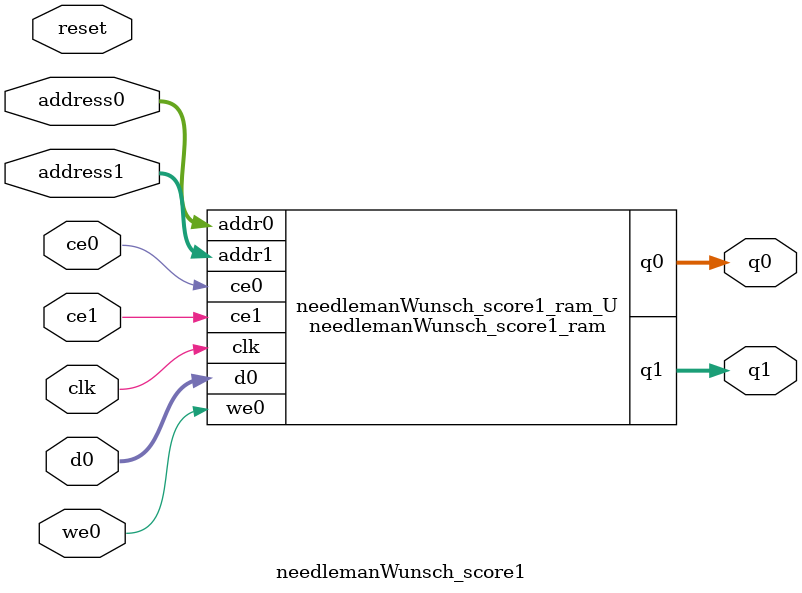
<source format=v>

`timescale 1 ns / 1 ps
module needlemanWunsch_score1_ram (addr0, ce0, d0, we0, q0, addr1, ce1, q1,  clk);

parameter DWIDTH = 8;
parameter AWIDTH = 7;
parameter MEM_SIZE = 100;

input[AWIDTH-1:0] addr0;
input ce0;
input[DWIDTH-1:0] d0;
input we0;
output reg[DWIDTH-1:0] q0;
input[AWIDTH-1:0] addr1;
input ce1;
output reg[DWIDTH-1:0] q1;
input clk;

(* ram_style = "distributed" *)reg [DWIDTH-1:0] ram[MEM_SIZE-1:0];




always @(posedge clk)  
begin 
    if (ce0) 
    begin
        if (we0) 
        begin 
            ram[addr0] <= d0; 
            q0 <= d0;
        end 
        else 
            q0 <= ram[addr0];
    end
end


always @(posedge clk)  
begin 
    if (ce1) 
    begin
            q1 <= ram[addr1];
    end
end


endmodule


`timescale 1 ns / 1 ps
module needlemanWunsch_score1(
    reset,
    clk,
    address0,
    ce0,
    we0,
    d0,
    q0,
    address1,
    ce1,
    q1);

parameter DataWidth = 32'd8;
parameter AddressRange = 32'd100;
parameter AddressWidth = 32'd7;
input reset;
input clk;
input[AddressWidth - 1:0] address0;
input ce0;
input we0;
input[DataWidth - 1:0] d0;
output[DataWidth - 1:0] q0;
input[AddressWidth - 1:0] address1;
input ce1;
output[DataWidth - 1:0] q1;



needlemanWunsch_score1_ram needlemanWunsch_score1_ram_U(
    .clk( clk ),
    .addr0( address0 ),
    .ce0( ce0 ),
    .d0( d0 ),
    .we0( we0 ),
    .q0( q0 ),
    .addr1( address1 ),
    .ce1( ce1 ),
    .q1( q1 ));

endmodule


</source>
